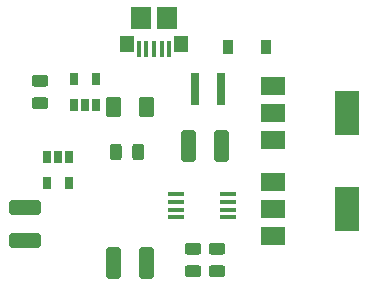
<source format=gbr>
G04 #@! TF.GenerationSoftware,KiCad,Pcbnew,(5.0.1)-3*
G04 #@! TF.CreationDate,2019-08-21T09:16:29-04:00*
G04 #@! TF.ProjectId,BMS Module,424D53204D6F64756C652E6B69636164,rev?*
G04 #@! TF.SameCoordinates,Original*
G04 #@! TF.FileFunction,Paste,Top*
G04 #@! TF.FilePolarity,Positive*
%FSLAX46Y46*%
G04 Gerber Fmt 4.6, Leading zero omitted, Abs format (unit mm)*
G04 Created by KiCad (PCBNEW (5.0.1)-3) date 8/21/2019 9:16:29 AM*
%MOMM*%
%LPD*%
G01*
G04 APERTURE LIST*
%ADD10R,1.750000X1.900000*%
%ADD11R,0.400000X1.400000*%
%ADD12R,1.150000X1.450000*%
%ADD13C,0.100000*%
%ADD14C,1.250000*%
%ADD15R,0.900000X1.200000*%
%ADD16R,0.800000X2.700000*%
%ADD17R,1.450000X0.450000*%
%ADD18R,2.000000X1.500000*%
%ADD19R,2.000000X3.800000*%
%ADD20R,0.650000X1.060000*%
%ADD21C,0.975000*%
G04 APERTURE END LIST*
D10*
G04 #@! TO.C,J4*
X80155000Y-49600000D03*
D11*
X81930000Y-52250000D03*
X82580000Y-52250000D03*
X79980000Y-52250000D03*
X80630000Y-52250000D03*
X81280000Y-52250000D03*
D10*
X82405000Y-49600000D03*
D12*
X78960000Y-51830000D03*
X83600000Y-51830000D03*
G04 #@! TD*
D13*
G04 #@! TO.C,F1*
G36*
X78247504Y-56276204D02*
X78271773Y-56279804D01*
X78295571Y-56285765D01*
X78318671Y-56294030D01*
X78340849Y-56304520D01*
X78361893Y-56317133D01*
X78381598Y-56331747D01*
X78399777Y-56348223D01*
X78416253Y-56366402D01*
X78430867Y-56386107D01*
X78443480Y-56407151D01*
X78453970Y-56429329D01*
X78462235Y-56452429D01*
X78468196Y-56476227D01*
X78471796Y-56500496D01*
X78473000Y-56525000D01*
X78473000Y-57775000D01*
X78471796Y-57799504D01*
X78468196Y-57823773D01*
X78462235Y-57847571D01*
X78453970Y-57870671D01*
X78443480Y-57892849D01*
X78430867Y-57913893D01*
X78416253Y-57933598D01*
X78399777Y-57951777D01*
X78381598Y-57968253D01*
X78361893Y-57982867D01*
X78340849Y-57995480D01*
X78318671Y-58005970D01*
X78295571Y-58014235D01*
X78271773Y-58020196D01*
X78247504Y-58023796D01*
X78223000Y-58025000D01*
X77473000Y-58025000D01*
X77448496Y-58023796D01*
X77424227Y-58020196D01*
X77400429Y-58014235D01*
X77377329Y-58005970D01*
X77355151Y-57995480D01*
X77334107Y-57982867D01*
X77314402Y-57968253D01*
X77296223Y-57951777D01*
X77279747Y-57933598D01*
X77265133Y-57913893D01*
X77252520Y-57892849D01*
X77242030Y-57870671D01*
X77233765Y-57847571D01*
X77227804Y-57823773D01*
X77224204Y-57799504D01*
X77223000Y-57775000D01*
X77223000Y-56525000D01*
X77224204Y-56500496D01*
X77227804Y-56476227D01*
X77233765Y-56452429D01*
X77242030Y-56429329D01*
X77252520Y-56407151D01*
X77265133Y-56386107D01*
X77279747Y-56366402D01*
X77296223Y-56348223D01*
X77314402Y-56331747D01*
X77334107Y-56317133D01*
X77355151Y-56304520D01*
X77377329Y-56294030D01*
X77400429Y-56285765D01*
X77424227Y-56279804D01*
X77448496Y-56276204D01*
X77473000Y-56275000D01*
X78223000Y-56275000D01*
X78247504Y-56276204D01*
X78247504Y-56276204D01*
G37*
D14*
X77848000Y-57150000D03*
D13*
G36*
X81047504Y-56276204D02*
X81071773Y-56279804D01*
X81095571Y-56285765D01*
X81118671Y-56294030D01*
X81140849Y-56304520D01*
X81161893Y-56317133D01*
X81181598Y-56331747D01*
X81199777Y-56348223D01*
X81216253Y-56366402D01*
X81230867Y-56386107D01*
X81243480Y-56407151D01*
X81253970Y-56429329D01*
X81262235Y-56452429D01*
X81268196Y-56476227D01*
X81271796Y-56500496D01*
X81273000Y-56525000D01*
X81273000Y-57775000D01*
X81271796Y-57799504D01*
X81268196Y-57823773D01*
X81262235Y-57847571D01*
X81253970Y-57870671D01*
X81243480Y-57892849D01*
X81230867Y-57913893D01*
X81216253Y-57933598D01*
X81199777Y-57951777D01*
X81181598Y-57968253D01*
X81161893Y-57982867D01*
X81140849Y-57995480D01*
X81118671Y-58005970D01*
X81095571Y-58014235D01*
X81071773Y-58020196D01*
X81047504Y-58023796D01*
X81023000Y-58025000D01*
X80273000Y-58025000D01*
X80248496Y-58023796D01*
X80224227Y-58020196D01*
X80200429Y-58014235D01*
X80177329Y-58005970D01*
X80155151Y-57995480D01*
X80134107Y-57982867D01*
X80114402Y-57968253D01*
X80096223Y-57951777D01*
X80079747Y-57933598D01*
X80065133Y-57913893D01*
X80052520Y-57892849D01*
X80042030Y-57870671D01*
X80033765Y-57847571D01*
X80027804Y-57823773D01*
X80024204Y-57799504D01*
X80023000Y-57775000D01*
X80023000Y-56525000D01*
X80024204Y-56500496D01*
X80027804Y-56476227D01*
X80033765Y-56452429D01*
X80042030Y-56429329D01*
X80052520Y-56407151D01*
X80065133Y-56386107D01*
X80079747Y-56366402D01*
X80096223Y-56348223D01*
X80114402Y-56331747D01*
X80134107Y-56317133D01*
X80155151Y-56304520D01*
X80177329Y-56294030D01*
X80200429Y-56285765D01*
X80224227Y-56279804D01*
X80248496Y-56276204D01*
X80273000Y-56275000D01*
X81023000Y-56275000D01*
X81047504Y-56276204D01*
X81047504Y-56276204D01*
G37*
D14*
X80648000Y-57150000D03*
G04 #@! TD*
D13*
G04 #@! TO.C,C2*
G36*
X84597504Y-59128204D02*
X84621773Y-59131804D01*
X84645571Y-59137765D01*
X84668671Y-59146030D01*
X84690849Y-59156520D01*
X84711893Y-59169133D01*
X84731598Y-59183747D01*
X84749777Y-59200223D01*
X84766253Y-59218402D01*
X84780867Y-59238107D01*
X84793480Y-59259151D01*
X84803970Y-59281329D01*
X84812235Y-59304429D01*
X84818196Y-59328227D01*
X84821796Y-59352496D01*
X84823000Y-59377000D01*
X84823000Y-61527000D01*
X84821796Y-61551504D01*
X84818196Y-61575773D01*
X84812235Y-61599571D01*
X84803970Y-61622671D01*
X84793480Y-61644849D01*
X84780867Y-61665893D01*
X84766253Y-61685598D01*
X84749777Y-61703777D01*
X84731598Y-61720253D01*
X84711893Y-61734867D01*
X84690849Y-61747480D01*
X84668671Y-61757970D01*
X84645571Y-61766235D01*
X84621773Y-61772196D01*
X84597504Y-61775796D01*
X84573000Y-61777000D01*
X83823000Y-61777000D01*
X83798496Y-61775796D01*
X83774227Y-61772196D01*
X83750429Y-61766235D01*
X83727329Y-61757970D01*
X83705151Y-61747480D01*
X83684107Y-61734867D01*
X83664402Y-61720253D01*
X83646223Y-61703777D01*
X83629747Y-61685598D01*
X83615133Y-61665893D01*
X83602520Y-61644849D01*
X83592030Y-61622671D01*
X83583765Y-61599571D01*
X83577804Y-61575773D01*
X83574204Y-61551504D01*
X83573000Y-61527000D01*
X83573000Y-59377000D01*
X83574204Y-59352496D01*
X83577804Y-59328227D01*
X83583765Y-59304429D01*
X83592030Y-59281329D01*
X83602520Y-59259151D01*
X83615133Y-59238107D01*
X83629747Y-59218402D01*
X83646223Y-59200223D01*
X83664402Y-59183747D01*
X83684107Y-59169133D01*
X83705151Y-59156520D01*
X83727329Y-59146030D01*
X83750429Y-59137765D01*
X83774227Y-59131804D01*
X83798496Y-59128204D01*
X83823000Y-59127000D01*
X84573000Y-59127000D01*
X84597504Y-59128204D01*
X84597504Y-59128204D01*
G37*
D14*
X84198000Y-60452000D03*
D13*
G36*
X87397504Y-59128204D02*
X87421773Y-59131804D01*
X87445571Y-59137765D01*
X87468671Y-59146030D01*
X87490849Y-59156520D01*
X87511893Y-59169133D01*
X87531598Y-59183747D01*
X87549777Y-59200223D01*
X87566253Y-59218402D01*
X87580867Y-59238107D01*
X87593480Y-59259151D01*
X87603970Y-59281329D01*
X87612235Y-59304429D01*
X87618196Y-59328227D01*
X87621796Y-59352496D01*
X87623000Y-59377000D01*
X87623000Y-61527000D01*
X87621796Y-61551504D01*
X87618196Y-61575773D01*
X87612235Y-61599571D01*
X87603970Y-61622671D01*
X87593480Y-61644849D01*
X87580867Y-61665893D01*
X87566253Y-61685598D01*
X87549777Y-61703777D01*
X87531598Y-61720253D01*
X87511893Y-61734867D01*
X87490849Y-61747480D01*
X87468671Y-61757970D01*
X87445571Y-61766235D01*
X87421773Y-61772196D01*
X87397504Y-61775796D01*
X87373000Y-61777000D01*
X86623000Y-61777000D01*
X86598496Y-61775796D01*
X86574227Y-61772196D01*
X86550429Y-61766235D01*
X86527329Y-61757970D01*
X86505151Y-61747480D01*
X86484107Y-61734867D01*
X86464402Y-61720253D01*
X86446223Y-61703777D01*
X86429747Y-61685598D01*
X86415133Y-61665893D01*
X86402520Y-61644849D01*
X86392030Y-61622671D01*
X86383765Y-61599571D01*
X86377804Y-61575773D01*
X86374204Y-61551504D01*
X86373000Y-61527000D01*
X86373000Y-59377000D01*
X86374204Y-59352496D01*
X86377804Y-59328227D01*
X86383765Y-59304429D01*
X86392030Y-59281329D01*
X86402520Y-59259151D01*
X86415133Y-59238107D01*
X86429747Y-59218402D01*
X86446223Y-59200223D01*
X86464402Y-59183747D01*
X86484107Y-59169133D01*
X86505151Y-59156520D01*
X86527329Y-59146030D01*
X86550429Y-59137765D01*
X86574227Y-59131804D01*
X86598496Y-59128204D01*
X86623000Y-59127000D01*
X87373000Y-59127000D01*
X87397504Y-59128204D01*
X87397504Y-59128204D01*
G37*
D14*
X86998000Y-60452000D03*
G04 #@! TD*
D13*
G04 #@! TO.C,C3*
G36*
X81047504Y-69034204D02*
X81071773Y-69037804D01*
X81095571Y-69043765D01*
X81118671Y-69052030D01*
X81140849Y-69062520D01*
X81161893Y-69075133D01*
X81181598Y-69089747D01*
X81199777Y-69106223D01*
X81216253Y-69124402D01*
X81230867Y-69144107D01*
X81243480Y-69165151D01*
X81253970Y-69187329D01*
X81262235Y-69210429D01*
X81268196Y-69234227D01*
X81271796Y-69258496D01*
X81273000Y-69283000D01*
X81273000Y-71433000D01*
X81271796Y-71457504D01*
X81268196Y-71481773D01*
X81262235Y-71505571D01*
X81253970Y-71528671D01*
X81243480Y-71550849D01*
X81230867Y-71571893D01*
X81216253Y-71591598D01*
X81199777Y-71609777D01*
X81181598Y-71626253D01*
X81161893Y-71640867D01*
X81140849Y-71653480D01*
X81118671Y-71663970D01*
X81095571Y-71672235D01*
X81071773Y-71678196D01*
X81047504Y-71681796D01*
X81023000Y-71683000D01*
X80273000Y-71683000D01*
X80248496Y-71681796D01*
X80224227Y-71678196D01*
X80200429Y-71672235D01*
X80177329Y-71663970D01*
X80155151Y-71653480D01*
X80134107Y-71640867D01*
X80114402Y-71626253D01*
X80096223Y-71609777D01*
X80079747Y-71591598D01*
X80065133Y-71571893D01*
X80052520Y-71550849D01*
X80042030Y-71528671D01*
X80033765Y-71505571D01*
X80027804Y-71481773D01*
X80024204Y-71457504D01*
X80023000Y-71433000D01*
X80023000Y-69283000D01*
X80024204Y-69258496D01*
X80027804Y-69234227D01*
X80033765Y-69210429D01*
X80042030Y-69187329D01*
X80052520Y-69165151D01*
X80065133Y-69144107D01*
X80079747Y-69124402D01*
X80096223Y-69106223D01*
X80114402Y-69089747D01*
X80134107Y-69075133D01*
X80155151Y-69062520D01*
X80177329Y-69052030D01*
X80200429Y-69043765D01*
X80224227Y-69037804D01*
X80248496Y-69034204D01*
X80273000Y-69033000D01*
X81023000Y-69033000D01*
X81047504Y-69034204D01*
X81047504Y-69034204D01*
G37*
D14*
X80648000Y-70358000D03*
D13*
G36*
X78247504Y-69034204D02*
X78271773Y-69037804D01*
X78295571Y-69043765D01*
X78318671Y-69052030D01*
X78340849Y-69062520D01*
X78361893Y-69075133D01*
X78381598Y-69089747D01*
X78399777Y-69106223D01*
X78416253Y-69124402D01*
X78430867Y-69144107D01*
X78443480Y-69165151D01*
X78453970Y-69187329D01*
X78462235Y-69210429D01*
X78468196Y-69234227D01*
X78471796Y-69258496D01*
X78473000Y-69283000D01*
X78473000Y-71433000D01*
X78471796Y-71457504D01*
X78468196Y-71481773D01*
X78462235Y-71505571D01*
X78453970Y-71528671D01*
X78443480Y-71550849D01*
X78430867Y-71571893D01*
X78416253Y-71591598D01*
X78399777Y-71609777D01*
X78381598Y-71626253D01*
X78361893Y-71640867D01*
X78340849Y-71653480D01*
X78318671Y-71663970D01*
X78295571Y-71672235D01*
X78271773Y-71678196D01*
X78247504Y-71681796D01*
X78223000Y-71683000D01*
X77473000Y-71683000D01*
X77448496Y-71681796D01*
X77424227Y-71678196D01*
X77400429Y-71672235D01*
X77377329Y-71663970D01*
X77355151Y-71653480D01*
X77334107Y-71640867D01*
X77314402Y-71626253D01*
X77296223Y-71609777D01*
X77279747Y-71591598D01*
X77265133Y-71571893D01*
X77252520Y-71550849D01*
X77242030Y-71528671D01*
X77233765Y-71505571D01*
X77227804Y-71481773D01*
X77224204Y-71457504D01*
X77223000Y-71433000D01*
X77223000Y-69283000D01*
X77224204Y-69258496D01*
X77227804Y-69234227D01*
X77233765Y-69210429D01*
X77242030Y-69187329D01*
X77252520Y-69165151D01*
X77265133Y-69144107D01*
X77279747Y-69124402D01*
X77296223Y-69106223D01*
X77314402Y-69089747D01*
X77334107Y-69075133D01*
X77355151Y-69062520D01*
X77377329Y-69052030D01*
X77400429Y-69043765D01*
X77424227Y-69037804D01*
X77448496Y-69034204D01*
X77473000Y-69033000D01*
X78223000Y-69033000D01*
X78247504Y-69034204D01*
X78247504Y-69034204D01*
G37*
D14*
X77848000Y-70358000D03*
G04 #@! TD*
D13*
G04 #@! TO.C,C1*
G36*
X71457504Y-67832204D02*
X71481773Y-67835804D01*
X71505571Y-67841765D01*
X71528671Y-67850030D01*
X71550849Y-67860520D01*
X71571893Y-67873133D01*
X71591598Y-67887747D01*
X71609777Y-67904223D01*
X71626253Y-67922402D01*
X71640867Y-67942107D01*
X71653480Y-67963151D01*
X71663970Y-67985329D01*
X71672235Y-68008429D01*
X71678196Y-68032227D01*
X71681796Y-68056496D01*
X71683000Y-68081000D01*
X71683000Y-68831000D01*
X71681796Y-68855504D01*
X71678196Y-68879773D01*
X71672235Y-68903571D01*
X71663970Y-68926671D01*
X71653480Y-68948849D01*
X71640867Y-68969893D01*
X71626253Y-68989598D01*
X71609777Y-69007777D01*
X71591598Y-69024253D01*
X71571893Y-69038867D01*
X71550849Y-69051480D01*
X71528671Y-69061970D01*
X71505571Y-69070235D01*
X71481773Y-69076196D01*
X71457504Y-69079796D01*
X71433000Y-69081000D01*
X69283000Y-69081000D01*
X69258496Y-69079796D01*
X69234227Y-69076196D01*
X69210429Y-69070235D01*
X69187329Y-69061970D01*
X69165151Y-69051480D01*
X69144107Y-69038867D01*
X69124402Y-69024253D01*
X69106223Y-69007777D01*
X69089747Y-68989598D01*
X69075133Y-68969893D01*
X69062520Y-68948849D01*
X69052030Y-68926671D01*
X69043765Y-68903571D01*
X69037804Y-68879773D01*
X69034204Y-68855504D01*
X69033000Y-68831000D01*
X69033000Y-68081000D01*
X69034204Y-68056496D01*
X69037804Y-68032227D01*
X69043765Y-68008429D01*
X69052030Y-67985329D01*
X69062520Y-67963151D01*
X69075133Y-67942107D01*
X69089747Y-67922402D01*
X69106223Y-67904223D01*
X69124402Y-67887747D01*
X69144107Y-67873133D01*
X69165151Y-67860520D01*
X69187329Y-67850030D01*
X69210429Y-67841765D01*
X69234227Y-67835804D01*
X69258496Y-67832204D01*
X69283000Y-67831000D01*
X71433000Y-67831000D01*
X71457504Y-67832204D01*
X71457504Y-67832204D01*
G37*
D14*
X70358000Y-68456000D03*
D13*
G36*
X71457504Y-65032204D02*
X71481773Y-65035804D01*
X71505571Y-65041765D01*
X71528671Y-65050030D01*
X71550849Y-65060520D01*
X71571893Y-65073133D01*
X71591598Y-65087747D01*
X71609777Y-65104223D01*
X71626253Y-65122402D01*
X71640867Y-65142107D01*
X71653480Y-65163151D01*
X71663970Y-65185329D01*
X71672235Y-65208429D01*
X71678196Y-65232227D01*
X71681796Y-65256496D01*
X71683000Y-65281000D01*
X71683000Y-66031000D01*
X71681796Y-66055504D01*
X71678196Y-66079773D01*
X71672235Y-66103571D01*
X71663970Y-66126671D01*
X71653480Y-66148849D01*
X71640867Y-66169893D01*
X71626253Y-66189598D01*
X71609777Y-66207777D01*
X71591598Y-66224253D01*
X71571893Y-66238867D01*
X71550849Y-66251480D01*
X71528671Y-66261970D01*
X71505571Y-66270235D01*
X71481773Y-66276196D01*
X71457504Y-66279796D01*
X71433000Y-66281000D01*
X69283000Y-66281000D01*
X69258496Y-66279796D01*
X69234227Y-66276196D01*
X69210429Y-66270235D01*
X69187329Y-66261970D01*
X69165151Y-66251480D01*
X69144107Y-66238867D01*
X69124402Y-66224253D01*
X69106223Y-66207777D01*
X69089747Y-66189598D01*
X69075133Y-66169893D01*
X69062520Y-66148849D01*
X69052030Y-66126671D01*
X69043765Y-66103571D01*
X69037804Y-66079773D01*
X69034204Y-66055504D01*
X69033000Y-66031000D01*
X69033000Y-65281000D01*
X69034204Y-65256496D01*
X69037804Y-65232227D01*
X69043765Y-65208429D01*
X69052030Y-65185329D01*
X69062520Y-65163151D01*
X69075133Y-65142107D01*
X69089747Y-65122402D01*
X69106223Y-65104223D01*
X69124402Y-65087747D01*
X69144107Y-65073133D01*
X69165151Y-65060520D01*
X69187329Y-65050030D01*
X69210429Y-65041765D01*
X69234227Y-65035804D01*
X69258496Y-65032204D01*
X69283000Y-65031000D01*
X71433000Y-65031000D01*
X71457504Y-65032204D01*
X71457504Y-65032204D01*
G37*
D14*
X70358000Y-65656000D03*
G04 #@! TD*
D15*
G04 #@! TO.C,D1*
X87504000Y-52070000D03*
X90804000Y-52070000D03*
G04 #@! TD*
D16*
G04 #@! TO.C,L1*
X84752000Y-55626000D03*
X86952000Y-55626000D03*
G04 #@! TD*
D17*
G04 #@! TO.C,U3*
X83144000Y-64557000D03*
X83144000Y-65207000D03*
X83144000Y-65857000D03*
X83144000Y-66507000D03*
X87544000Y-66507000D03*
X87544000Y-65857000D03*
X87544000Y-65207000D03*
X87544000Y-64557000D03*
G04 #@! TD*
D18*
G04 #@! TO.C,U4*
X91338000Y-55358000D03*
X91338000Y-59958000D03*
X91338000Y-57658000D03*
D19*
X97638000Y-57658000D03*
G04 #@! TD*
G04 #@! TO.C,U5*
X97638000Y-65786000D03*
D18*
X91338000Y-65786000D03*
X91338000Y-68086000D03*
X91338000Y-63486000D03*
G04 #@! TD*
D20*
G04 #@! TO.C,U1*
X74488000Y-54780000D03*
X76388000Y-54780000D03*
X76388000Y-56980000D03*
X75438000Y-56980000D03*
X74488000Y-56980000D03*
G04 #@! TD*
G04 #@! TO.C,U2*
X74102000Y-61384000D03*
X73152000Y-61384000D03*
X72202000Y-61384000D03*
X72202000Y-63584000D03*
X74102000Y-63584000D03*
G04 #@! TD*
D13*
G04 #@! TO.C,R3*
G36*
X87094142Y-68680174D02*
X87117803Y-68683684D01*
X87141007Y-68689496D01*
X87163529Y-68697554D01*
X87185153Y-68707782D01*
X87205670Y-68720079D01*
X87224883Y-68734329D01*
X87242607Y-68750393D01*
X87258671Y-68768117D01*
X87272921Y-68787330D01*
X87285218Y-68807847D01*
X87295446Y-68829471D01*
X87303504Y-68851993D01*
X87309316Y-68875197D01*
X87312826Y-68898858D01*
X87314000Y-68922750D01*
X87314000Y-69410250D01*
X87312826Y-69434142D01*
X87309316Y-69457803D01*
X87303504Y-69481007D01*
X87295446Y-69503529D01*
X87285218Y-69525153D01*
X87272921Y-69545670D01*
X87258671Y-69564883D01*
X87242607Y-69582607D01*
X87224883Y-69598671D01*
X87205670Y-69612921D01*
X87185153Y-69625218D01*
X87163529Y-69635446D01*
X87141007Y-69643504D01*
X87117803Y-69649316D01*
X87094142Y-69652826D01*
X87070250Y-69654000D01*
X86157750Y-69654000D01*
X86133858Y-69652826D01*
X86110197Y-69649316D01*
X86086993Y-69643504D01*
X86064471Y-69635446D01*
X86042847Y-69625218D01*
X86022330Y-69612921D01*
X86003117Y-69598671D01*
X85985393Y-69582607D01*
X85969329Y-69564883D01*
X85955079Y-69545670D01*
X85942782Y-69525153D01*
X85932554Y-69503529D01*
X85924496Y-69481007D01*
X85918684Y-69457803D01*
X85915174Y-69434142D01*
X85914000Y-69410250D01*
X85914000Y-68922750D01*
X85915174Y-68898858D01*
X85918684Y-68875197D01*
X85924496Y-68851993D01*
X85932554Y-68829471D01*
X85942782Y-68807847D01*
X85955079Y-68787330D01*
X85969329Y-68768117D01*
X85985393Y-68750393D01*
X86003117Y-68734329D01*
X86022330Y-68720079D01*
X86042847Y-68707782D01*
X86064471Y-68697554D01*
X86086993Y-68689496D01*
X86110197Y-68683684D01*
X86133858Y-68680174D01*
X86157750Y-68679000D01*
X87070250Y-68679000D01*
X87094142Y-68680174D01*
X87094142Y-68680174D01*
G37*
D21*
X86614000Y-69166500D03*
D13*
G36*
X87094142Y-70555174D02*
X87117803Y-70558684D01*
X87141007Y-70564496D01*
X87163529Y-70572554D01*
X87185153Y-70582782D01*
X87205670Y-70595079D01*
X87224883Y-70609329D01*
X87242607Y-70625393D01*
X87258671Y-70643117D01*
X87272921Y-70662330D01*
X87285218Y-70682847D01*
X87295446Y-70704471D01*
X87303504Y-70726993D01*
X87309316Y-70750197D01*
X87312826Y-70773858D01*
X87314000Y-70797750D01*
X87314000Y-71285250D01*
X87312826Y-71309142D01*
X87309316Y-71332803D01*
X87303504Y-71356007D01*
X87295446Y-71378529D01*
X87285218Y-71400153D01*
X87272921Y-71420670D01*
X87258671Y-71439883D01*
X87242607Y-71457607D01*
X87224883Y-71473671D01*
X87205670Y-71487921D01*
X87185153Y-71500218D01*
X87163529Y-71510446D01*
X87141007Y-71518504D01*
X87117803Y-71524316D01*
X87094142Y-71527826D01*
X87070250Y-71529000D01*
X86157750Y-71529000D01*
X86133858Y-71527826D01*
X86110197Y-71524316D01*
X86086993Y-71518504D01*
X86064471Y-71510446D01*
X86042847Y-71500218D01*
X86022330Y-71487921D01*
X86003117Y-71473671D01*
X85985393Y-71457607D01*
X85969329Y-71439883D01*
X85955079Y-71420670D01*
X85942782Y-71400153D01*
X85932554Y-71378529D01*
X85924496Y-71356007D01*
X85918684Y-71332803D01*
X85915174Y-71309142D01*
X85914000Y-71285250D01*
X85914000Y-70797750D01*
X85915174Y-70773858D01*
X85918684Y-70750197D01*
X85924496Y-70726993D01*
X85932554Y-70704471D01*
X85942782Y-70682847D01*
X85955079Y-70662330D01*
X85969329Y-70643117D01*
X85985393Y-70625393D01*
X86003117Y-70609329D01*
X86022330Y-70595079D01*
X86042847Y-70582782D01*
X86064471Y-70572554D01*
X86086993Y-70564496D01*
X86110197Y-70558684D01*
X86133858Y-70555174D01*
X86157750Y-70554000D01*
X87070250Y-70554000D01*
X87094142Y-70555174D01*
X87094142Y-70555174D01*
G37*
D21*
X86614000Y-71041500D03*
G04 #@! TD*
D13*
G04 #@! TO.C,R4*
G36*
X72108142Y-54456174D02*
X72131803Y-54459684D01*
X72155007Y-54465496D01*
X72177529Y-54473554D01*
X72199153Y-54483782D01*
X72219670Y-54496079D01*
X72238883Y-54510329D01*
X72256607Y-54526393D01*
X72272671Y-54544117D01*
X72286921Y-54563330D01*
X72299218Y-54583847D01*
X72309446Y-54605471D01*
X72317504Y-54627993D01*
X72323316Y-54651197D01*
X72326826Y-54674858D01*
X72328000Y-54698750D01*
X72328000Y-55186250D01*
X72326826Y-55210142D01*
X72323316Y-55233803D01*
X72317504Y-55257007D01*
X72309446Y-55279529D01*
X72299218Y-55301153D01*
X72286921Y-55321670D01*
X72272671Y-55340883D01*
X72256607Y-55358607D01*
X72238883Y-55374671D01*
X72219670Y-55388921D01*
X72199153Y-55401218D01*
X72177529Y-55411446D01*
X72155007Y-55419504D01*
X72131803Y-55425316D01*
X72108142Y-55428826D01*
X72084250Y-55430000D01*
X71171750Y-55430000D01*
X71147858Y-55428826D01*
X71124197Y-55425316D01*
X71100993Y-55419504D01*
X71078471Y-55411446D01*
X71056847Y-55401218D01*
X71036330Y-55388921D01*
X71017117Y-55374671D01*
X70999393Y-55358607D01*
X70983329Y-55340883D01*
X70969079Y-55321670D01*
X70956782Y-55301153D01*
X70946554Y-55279529D01*
X70938496Y-55257007D01*
X70932684Y-55233803D01*
X70929174Y-55210142D01*
X70928000Y-55186250D01*
X70928000Y-54698750D01*
X70929174Y-54674858D01*
X70932684Y-54651197D01*
X70938496Y-54627993D01*
X70946554Y-54605471D01*
X70956782Y-54583847D01*
X70969079Y-54563330D01*
X70983329Y-54544117D01*
X70999393Y-54526393D01*
X71017117Y-54510329D01*
X71036330Y-54496079D01*
X71056847Y-54483782D01*
X71078471Y-54473554D01*
X71100993Y-54465496D01*
X71124197Y-54459684D01*
X71147858Y-54456174D01*
X71171750Y-54455000D01*
X72084250Y-54455000D01*
X72108142Y-54456174D01*
X72108142Y-54456174D01*
G37*
D21*
X71628000Y-54942500D03*
D13*
G36*
X72108142Y-56331174D02*
X72131803Y-56334684D01*
X72155007Y-56340496D01*
X72177529Y-56348554D01*
X72199153Y-56358782D01*
X72219670Y-56371079D01*
X72238883Y-56385329D01*
X72256607Y-56401393D01*
X72272671Y-56419117D01*
X72286921Y-56438330D01*
X72299218Y-56458847D01*
X72309446Y-56480471D01*
X72317504Y-56502993D01*
X72323316Y-56526197D01*
X72326826Y-56549858D01*
X72328000Y-56573750D01*
X72328000Y-57061250D01*
X72326826Y-57085142D01*
X72323316Y-57108803D01*
X72317504Y-57132007D01*
X72309446Y-57154529D01*
X72299218Y-57176153D01*
X72286921Y-57196670D01*
X72272671Y-57215883D01*
X72256607Y-57233607D01*
X72238883Y-57249671D01*
X72219670Y-57263921D01*
X72199153Y-57276218D01*
X72177529Y-57286446D01*
X72155007Y-57294504D01*
X72131803Y-57300316D01*
X72108142Y-57303826D01*
X72084250Y-57305000D01*
X71171750Y-57305000D01*
X71147858Y-57303826D01*
X71124197Y-57300316D01*
X71100993Y-57294504D01*
X71078471Y-57286446D01*
X71056847Y-57276218D01*
X71036330Y-57263921D01*
X71017117Y-57249671D01*
X70999393Y-57233607D01*
X70983329Y-57215883D01*
X70969079Y-57196670D01*
X70956782Y-57176153D01*
X70946554Y-57154529D01*
X70938496Y-57132007D01*
X70932684Y-57108803D01*
X70929174Y-57085142D01*
X70928000Y-57061250D01*
X70928000Y-56573750D01*
X70929174Y-56549858D01*
X70932684Y-56526197D01*
X70938496Y-56502993D01*
X70946554Y-56480471D01*
X70956782Y-56458847D01*
X70969079Y-56438330D01*
X70983329Y-56419117D01*
X70999393Y-56401393D01*
X71017117Y-56385329D01*
X71036330Y-56371079D01*
X71056847Y-56358782D01*
X71078471Y-56348554D01*
X71100993Y-56340496D01*
X71124197Y-56334684D01*
X71147858Y-56331174D01*
X71171750Y-56330000D01*
X72084250Y-56330000D01*
X72108142Y-56331174D01*
X72108142Y-56331174D01*
G37*
D21*
X71628000Y-56817500D03*
G04 #@! TD*
D13*
G04 #@! TO.C,R2*
G36*
X85062142Y-70555174D02*
X85085803Y-70558684D01*
X85109007Y-70564496D01*
X85131529Y-70572554D01*
X85153153Y-70582782D01*
X85173670Y-70595079D01*
X85192883Y-70609329D01*
X85210607Y-70625393D01*
X85226671Y-70643117D01*
X85240921Y-70662330D01*
X85253218Y-70682847D01*
X85263446Y-70704471D01*
X85271504Y-70726993D01*
X85277316Y-70750197D01*
X85280826Y-70773858D01*
X85282000Y-70797750D01*
X85282000Y-71285250D01*
X85280826Y-71309142D01*
X85277316Y-71332803D01*
X85271504Y-71356007D01*
X85263446Y-71378529D01*
X85253218Y-71400153D01*
X85240921Y-71420670D01*
X85226671Y-71439883D01*
X85210607Y-71457607D01*
X85192883Y-71473671D01*
X85173670Y-71487921D01*
X85153153Y-71500218D01*
X85131529Y-71510446D01*
X85109007Y-71518504D01*
X85085803Y-71524316D01*
X85062142Y-71527826D01*
X85038250Y-71529000D01*
X84125750Y-71529000D01*
X84101858Y-71527826D01*
X84078197Y-71524316D01*
X84054993Y-71518504D01*
X84032471Y-71510446D01*
X84010847Y-71500218D01*
X83990330Y-71487921D01*
X83971117Y-71473671D01*
X83953393Y-71457607D01*
X83937329Y-71439883D01*
X83923079Y-71420670D01*
X83910782Y-71400153D01*
X83900554Y-71378529D01*
X83892496Y-71356007D01*
X83886684Y-71332803D01*
X83883174Y-71309142D01*
X83882000Y-71285250D01*
X83882000Y-70797750D01*
X83883174Y-70773858D01*
X83886684Y-70750197D01*
X83892496Y-70726993D01*
X83900554Y-70704471D01*
X83910782Y-70682847D01*
X83923079Y-70662330D01*
X83937329Y-70643117D01*
X83953393Y-70625393D01*
X83971117Y-70609329D01*
X83990330Y-70595079D01*
X84010847Y-70582782D01*
X84032471Y-70572554D01*
X84054993Y-70564496D01*
X84078197Y-70558684D01*
X84101858Y-70555174D01*
X84125750Y-70554000D01*
X85038250Y-70554000D01*
X85062142Y-70555174D01*
X85062142Y-70555174D01*
G37*
D21*
X84582000Y-71041500D03*
D13*
G36*
X85062142Y-68680174D02*
X85085803Y-68683684D01*
X85109007Y-68689496D01*
X85131529Y-68697554D01*
X85153153Y-68707782D01*
X85173670Y-68720079D01*
X85192883Y-68734329D01*
X85210607Y-68750393D01*
X85226671Y-68768117D01*
X85240921Y-68787330D01*
X85253218Y-68807847D01*
X85263446Y-68829471D01*
X85271504Y-68851993D01*
X85277316Y-68875197D01*
X85280826Y-68898858D01*
X85282000Y-68922750D01*
X85282000Y-69410250D01*
X85280826Y-69434142D01*
X85277316Y-69457803D01*
X85271504Y-69481007D01*
X85263446Y-69503529D01*
X85253218Y-69525153D01*
X85240921Y-69545670D01*
X85226671Y-69564883D01*
X85210607Y-69582607D01*
X85192883Y-69598671D01*
X85173670Y-69612921D01*
X85153153Y-69625218D01*
X85131529Y-69635446D01*
X85109007Y-69643504D01*
X85085803Y-69649316D01*
X85062142Y-69652826D01*
X85038250Y-69654000D01*
X84125750Y-69654000D01*
X84101858Y-69652826D01*
X84078197Y-69649316D01*
X84054993Y-69643504D01*
X84032471Y-69635446D01*
X84010847Y-69625218D01*
X83990330Y-69612921D01*
X83971117Y-69598671D01*
X83953393Y-69582607D01*
X83937329Y-69564883D01*
X83923079Y-69545670D01*
X83910782Y-69525153D01*
X83900554Y-69503529D01*
X83892496Y-69481007D01*
X83886684Y-69457803D01*
X83883174Y-69434142D01*
X83882000Y-69410250D01*
X83882000Y-68922750D01*
X83883174Y-68898858D01*
X83886684Y-68875197D01*
X83892496Y-68851993D01*
X83900554Y-68829471D01*
X83910782Y-68807847D01*
X83923079Y-68787330D01*
X83937329Y-68768117D01*
X83953393Y-68750393D01*
X83971117Y-68734329D01*
X83990330Y-68720079D01*
X84010847Y-68707782D01*
X84032471Y-68697554D01*
X84054993Y-68689496D01*
X84078197Y-68683684D01*
X84101858Y-68680174D01*
X84125750Y-68679000D01*
X85038250Y-68679000D01*
X85062142Y-68680174D01*
X85062142Y-68680174D01*
G37*
D21*
X84582000Y-69166500D03*
G04 #@! TD*
D13*
G04 #@! TO.C,R1*
G36*
X78324142Y-60261174D02*
X78347803Y-60264684D01*
X78371007Y-60270496D01*
X78393529Y-60278554D01*
X78415153Y-60288782D01*
X78435670Y-60301079D01*
X78454883Y-60315329D01*
X78472607Y-60331393D01*
X78488671Y-60349117D01*
X78502921Y-60368330D01*
X78515218Y-60388847D01*
X78525446Y-60410471D01*
X78533504Y-60432993D01*
X78539316Y-60456197D01*
X78542826Y-60479858D01*
X78544000Y-60503750D01*
X78544000Y-61416250D01*
X78542826Y-61440142D01*
X78539316Y-61463803D01*
X78533504Y-61487007D01*
X78525446Y-61509529D01*
X78515218Y-61531153D01*
X78502921Y-61551670D01*
X78488671Y-61570883D01*
X78472607Y-61588607D01*
X78454883Y-61604671D01*
X78435670Y-61618921D01*
X78415153Y-61631218D01*
X78393529Y-61641446D01*
X78371007Y-61649504D01*
X78347803Y-61655316D01*
X78324142Y-61658826D01*
X78300250Y-61660000D01*
X77812750Y-61660000D01*
X77788858Y-61658826D01*
X77765197Y-61655316D01*
X77741993Y-61649504D01*
X77719471Y-61641446D01*
X77697847Y-61631218D01*
X77677330Y-61618921D01*
X77658117Y-61604671D01*
X77640393Y-61588607D01*
X77624329Y-61570883D01*
X77610079Y-61551670D01*
X77597782Y-61531153D01*
X77587554Y-61509529D01*
X77579496Y-61487007D01*
X77573684Y-61463803D01*
X77570174Y-61440142D01*
X77569000Y-61416250D01*
X77569000Y-60503750D01*
X77570174Y-60479858D01*
X77573684Y-60456197D01*
X77579496Y-60432993D01*
X77587554Y-60410471D01*
X77597782Y-60388847D01*
X77610079Y-60368330D01*
X77624329Y-60349117D01*
X77640393Y-60331393D01*
X77658117Y-60315329D01*
X77677330Y-60301079D01*
X77697847Y-60288782D01*
X77719471Y-60278554D01*
X77741993Y-60270496D01*
X77765197Y-60264684D01*
X77788858Y-60261174D01*
X77812750Y-60260000D01*
X78300250Y-60260000D01*
X78324142Y-60261174D01*
X78324142Y-60261174D01*
G37*
D21*
X78056500Y-60960000D03*
D13*
G36*
X80199142Y-60261174D02*
X80222803Y-60264684D01*
X80246007Y-60270496D01*
X80268529Y-60278554D01*
X80290153Y-60288782D01*
X80310670Y-60301079D01*
X80329883Y-60315329D01*
X80347607Y-60331393D01*
X80363671Y-60349117D01*
X80377921Y-60368330D01*
X80390218Y-60388847D01*
X80400446Y-60410471D01*
X80408504Y-60432993D01*
X80414316Y-60456197D01*
X80417826Y-60479858D01*
X80419000Y-60503750D01*
X80419000Y-61416250D01*
X80417826Y-61440142D01*
X80414316Y-61463803D01*
X80408504Y-61487007D01*
X80400446Y-61509529D01*
X80390218Y-61531153D01*
X80377921Y-61551670D01*
X80363671Y-61570883D01*
X80347607Y-61588607D01*
X80329883Y-61604671D01*
X80310670Y-61618921D01*
X80290153Y-61631218D01*
X80268529Y-61641446D01*
X80246007Y-61649504D01*
X80222803Y-61655316D01*
X80199142Y-61658826D01*
X80175250Y-61660000D01*
X79687750Y-61660000D01*
X79663858Y-61658826D01*
X79640197Y-61655316D01*
X79616993Y-61649504D01*
X79594471Y-61641446D01*
X79572847Y-61631218D01*
X79552330Y-61618921D01*
X79533117Y-61604671D01*
X79515393Y-61588607D01*
X79499329Y-61570883D01*
X79485079Y-61551670D01*
X79472782Y-61531153D01*
X79462554Y-61509529D01*
X79454496Y-61487007D01*
X79448684Y-61463803D01*
X79445174Y-61440142D01*
X79444000Y-61416250D01*
X79444000Y-60503750D01*
X79445174Y-60479858D01*
X79448684Y-60456197D01*
X79454496Y-60432993D01*
X79462554Y-60410471D01*
X79472782Y-60388847D01*
X79485079Y-60368330D01*
X79499329Y-60349117D01*
X79515393Y-60331393D01*
X79533117Y-60315329D01*
X79552330Y-60301079D01*
X79572847Y-60288782D01*
X79594471Y-60278554D01*
X79616993Y-60270496D01*
X79640197Y-60264684D01*
X79663858Y-60261174D01*
X79687750Y-60260000D01*
X80175250Y-60260000D01*
X80199142Y-60261174D01*
X80199142Y-60261174D01*
G37*
D21*
X79931500Y-60960000D03*
G04 #@! TD*
M02*

</source>
